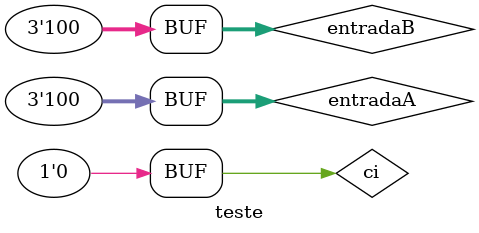
<source format=v>

module S1(output soma,output co,input ci, input a, input b);
	wire xora,anda,andb;
	xor X1(xora,ci,a);
	xor X2(soma,xora,b);
	and  A1(anda,xora,b);
	and  A2(andb,ci,a);
	or   O1(co,anda,andb);
endmodule

module S3(output[2:0] soma, output co, input ci, input[2:0] a, input[2:0] b);
	wire co0, co1;
	S1 SA(soma[0],co0,ci,a[0],b[0]);
	S1 SB(soma[1],co1,co0,a[1],b[1]);
	S1 SC(soma[2],co,co1,a[2],b[2]);
endmodule

module teste;
	wire[2:0] soma;
	wire co;
	reg[2:0] entradaA, entradaB;
	reg ci;
	S3 SA(soma,co,ci,entradaA,entradaB);
	initial begin
	$display("Somador");
	#1 entradaA=3'b000; entradaB=3'b000; ci=0;
	#1 $monitor("A=%3b B=%3b CI=%b SOMA=%3b CO=%b",entradaA,entradaB,ci,soma,co);
	#1 entradaA=3'b100; entradaB=3'b010; ci=0;
	#1 entradaA=3'b111; entradaB=3'b000; ci=0;
	#1 entradaA=3'b111; entradaB=3'b001; ci=0;
	#1 entradaA=3'b111; entradaB=3'b001; ci=1;
	#1 entradaA=3'b000; entradaB=3'b000; ci=1;
	#1 entradaA=3'b010; entradaB=3'b001; ci=1;
	#1 entradaA=3'b011; entradaB=3'b011; ci=1;
	#1 entradaA=3'b111; entradaB=3'b111; ci=0;
	#1 entradaA=3'b100; entradaB=3'b100; ci=0;
	end
endmodule

</source>
